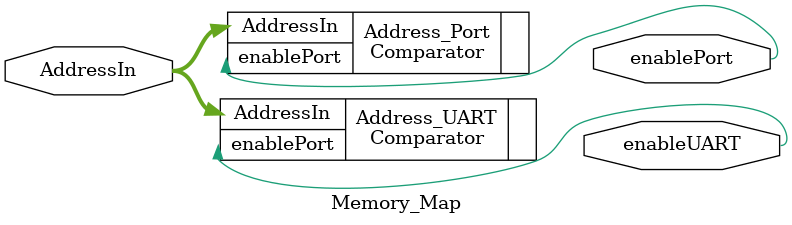
<source format=v>
/****************************************************************************************
*****************************************************************************************
Name: 
	Memory_Map
	
Description: 
	

Subject:
	Microprocessors Design - ITESO

Author:
	Cesar Carlos Robles Martinez 

Date:
	14/04/2019
*****************************************************************************************
*****************************************************************************************/
module Memory_Map

#(
parameter WORD_LENGTH = 8
)

(
//inputs
	input [WORD_LENGTH -1 : 0] AddressIn,

//outputs

  output enablePort,
  output enableUART 
);


wire [1:0]sel_wire;

// GPIO

Comparator

#(
.WORD_LENGTH(WORD_LENGTH)
)

Address_Port

(
//Inputs
    .AddressIn(AddressIn),

//Outputs
	 .enablePort(enablePort)

);


//UART

Comparator

#(
.WORD_LENGTH(WORD_LENGTH)
)

Address_UART

(
//Inputs
    .AddressIn(AddressIn),

//Outputs
	 .enablePort(enableUART)

);


endmodule

</source>
